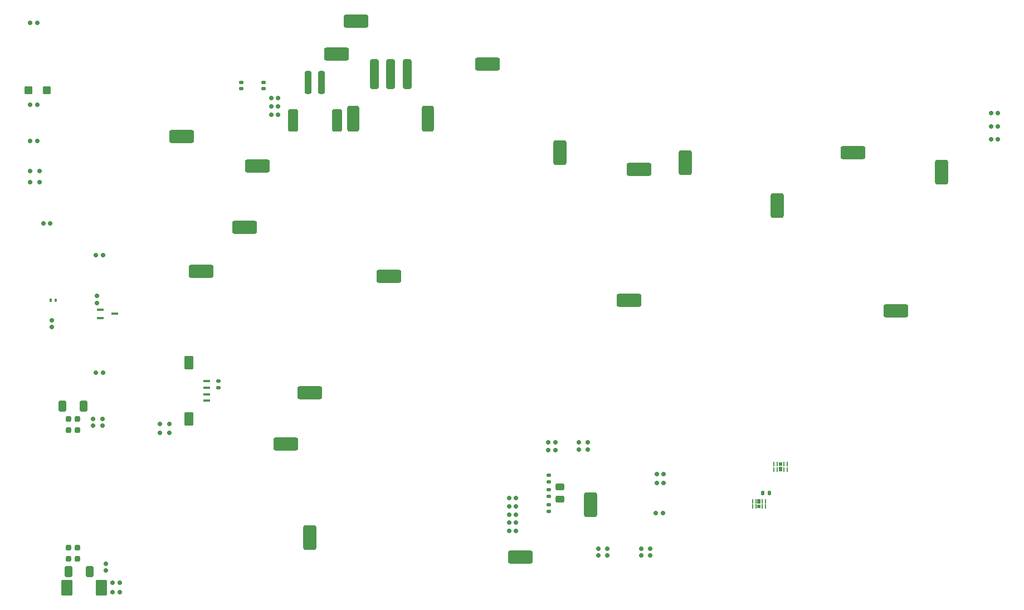
<source format=gbr>
%TF.GenerationSoftware,KiCad,Pcbnew,9.0.2*%
%TF.CreationDate,2025-05-15T13:19:02-04:00*%
%TF.ProjectId,mainBoard,6d61696e-426f-4617-9264-2e6b69636164,01*%
%TF.SameCoordinates,Original*%
%TF.FileFunction,Paste,Bot*%
%TF.FilePolarity,Positive*%
%FSLAX46Y46*%
G04 Gerber Fmt 4.6, Leading zero omitted, Abs format (unit mm)*
G04 Created by KiCad (PCBNEW 9.0.2) date 2025-05-15 13:19:02*
%MOMM*%
%LPD*%
G01*
G04 APERTURE LIST*
G04 Aperture macros list*
%AMRoundRect*
0 Rectangle with rounded corners*
0 $1 Rounding radius*
0 $2 $3 $4 $5 $6 $7 $8 $9 X,Y pos of 4 corners*
0 Add a 4 corners polygon primitive as box body*
4,1,4,$2,$3,$4,$5,$6,$7,$8,$9,$2,$3,0*
0 Add four circle primitives for the rounded corners*
1,1,$1+$1,$2,$3*
1,1,$1+$1,$4,$5*
1,1,$1+$1,$6,$7*
1,1,$1+$1,$8,$9*
0 Add four rect primitives between the rounded corners*
20,1,$1+$1,$2,$3,$4,$5,0*
20,1,$1+$1,$4,$5,$6,$7,0*
20,1,$1+$1,$6,$7,$8,$9,0*
20,1,$1+$1,$8,$9,$2,$3,0*%
G04 Aperture macros list end*
%ADD10RoundRect,0.150000X-0.150000X-0.150000X0.150000X-0.150000X0.150000X0.150000X-0.150000X0.150000X0*%
%ADD11RoundRect,0.150000X0.150000X0.150000X-0.150000X0.150000X-0.150000X-0.150000X0.150000X-0.150000X0*%
%ADD12RoundRect,0.300000X1.575000X0.700000X-1.575000X0.700000X-1.575000X-0.700000X1.575000X-0.700000X0*%
%ADD13RoundRect,0.150000X-0.150000X0.150000X-0.150000X-0.150000X0.150000X-0.150000X0.150000X0.150000X0*%
%ADD14RoundRect,0.250000X0.625000X0.950000X-0.625000X0.950000X-0.625000X-0.950000X0.625000X-0.950000X0*%
%ADD15RoundRect,0.150000X0.150000X-0.150000X0.150000X0.150000X-0.150000X0.150000X-0.150000X-0.150000X0*%
%ADD16RoundRect,0.200000X-0.200000X-0.250000X0.200000X-0.250000X0.200000X0.250000X-0.200000X0.250000X0*%
%ADD17RoundRect,0.300000X-1.575000X-0.700000X1.575000X-0.700000X1.575000X0.700000X-1.575000X0.700000X0*%
%ADD18RoundRect,0.275000X-0.375000X0.275000X-0.375000X-0.275000X0.375000X-0.275000X0.375000X0.275000X0*%
%ADD19RoundRect,0.300000X-0.300000X-0.550000X0.300000X-0.550000X0.300000X0.550000X-0.300000X0.550000X0*%
%ADD20RoundRect,0.125000X0.175000X-0.125000X0.175000X0.125000X-0.175000X0.125000X-0.175000X-0.125000X0*%
%ADD21RoundRect,0.060000X-0.415000X-0.140000X0.415000X-0.140000X0.415000X0.140000X-0.415000X0.140000X0*%
%ADD22RoundRect,0.050000X0.100000X0.200000X-0.100000X0.200000X-0.100000X-0.200000X0.100000X-0.200000X0*%
%ADD23RoundRect,0.030000X0.120000X0.220000X-0.120000X0.220000X-0.120000X-0.220000X0.120000X-0.220000X0*%
%ADD24RoundRect,0.300000X-0.700000X1.575000X-0.700000X-1.575000X0.700000X-1.575000X0.700000X1.575000X0*%
%ADD25RoundRect,0.125000X-0.175000X0.125000X-0.175000X-0.125000X0.175000X-0.125000X0.175000X0.125000X0*%
%ADD26RoundRect,0.250000X0.650000X1.700000X-0.650000X1.700000X-0.650000X-1.700000X0.650000X-1.700000X0*%
%ADD27RoundRect,0.250000X0.400000X2.000000X-0.400000X2.000000X-0.400000X-2.000000X0.400000X-2.000000X0*%
%ADD28RoundRect,0.050000X0.600000X-0.950000X0.600000X0.950000X-0.600000X0.950000X-0.600000X-0.950000X0*%
%ADD29RoundRect,0.050000X0.450000X-0.150000X0.450000X0.150000X-0.450000X0.150000X-0.450000X-0.150000X0*%
%ADD30RoundRect,0.150000X0.450000X0.450000X-0.450000X0.450000X-0.450000X-0.450000X0.450000X-0.450000X0*%
%ADD31RoundRect,0.150000X0.150000X0.200000X-0.150000X0.200000X-0.150000X-0.200000X0.150000X-0.200000X0*%
%ADD32RoundRect,0.125000X0.125000X0.175000X-0.125000X0.175000X-0.125000X-0.175000X0.125000X-0.175000X0*%
%ADD33RoundRect,0.050000X0.075000X0.262500X-0.075000X0.262500X-0.075000X-0.262500X0.075000X-0.262500X0*%
%ADD34RoundRect,0.050000X0.175000X0.300000X-0.175000X0.300000X-0.175000X-0.300000X0.175000X-0.300000X0*%
%ADD35RoundRect,0.050000X0.175000X0.237500X-0.175000X0.237500X-0.175000X-0.237500X0.175000X-0.237500X0*%
%ADD36RoundRect,0.050000X-0.075000X-0.262500X0.075000X-0.262500X0.075000X0.262500X-0.075000X0.262500X0*%
%ADD37RoundRect,0.050000X-0.175000X-0.300000X0.175000X-0.300000X0.175000X0.300000X-0.175000X0.300000X0*%
%ADD38RoundRect,0.050000X-0.175000X-0.237500X0.175000X-0.237500X0.175000X0.237500X-0.175000X0.237500X0*%
%ADD39RoundRect,0.250000X0.500000X1.450000X-0.500000X1.450000X-0.500000X-1.450000X0.500000X-1.450000X0*%
%ADD40RoundRect,0.250000X0.250000X1.500000X-0.250000X1.500000X-0.250000X-1.500000X0.250000X-1.500000X0*%
G04 APERTURE END LIST*
D10*
%TO.C,R1*%
X167675000Y-126325000D03*
X168725000Y-126325000D03*
%TD*%
D11*
%TO.C,R57*%
X219525000Y-71500000D03*
X218475000Y-71500000D03*
%TD*%
D12*
%TO.C,TP60*%
X98500000Y-95500000D03*
%TD*%
D13*
%TO.C,R8*%
X160175000Y-137675000D03*
X160175000Y-138725000D03*
%TD*%
D14*
%TO.C,C58*%
X83300000Y-143600000D03*
X78050000Y-143600000D03*
%TD*%
D15*
%TO.C,R52*%
X83500000Y-119025000D03*
X83500000Y-117975000D03*
%TD*%
D13*
%TO.C,R4*%
X166675000Y-137675000D03*
X166675000Y-138725000D03*
%TD*%
D16*
%TO.C,C52*%
X78300000Y-118000000D03*
X79700000Y-118000000D03*
%TD*%
D10*
%TO.C,R31*%
X82475000Y-110900000D03*
X83525000Y-110900000D03*
%TD*%
D11*
%TO.C,R79*%
X73550000Y-57750000D03*
X72500000Y-57750000D03*
%TD*%
D16*
%TO.C,C56*%
X78300000Y-137550000D03*
X79700000Y-137550000D03*
%TD*%
D17*
%TO.C,TP72*%
X95500000Y-75000000D03*
%TD*%
%TO.C,TP10*%
X204000000Y-101500000D03*
%TD*%
%TO.C,TP26*%
X107000000Y-79500000D03*
%TD*%
%TO.C,TP82*%
X122000000Y-57500000D03*
%TD*%
D18*
%TO.C,C20*%
X153000000Y-128300000D03*
X153000000Y-130200000D03*
%TD*%
D17*
%TO.C,TP37*%
X105100000Y-88800000D03*
%TD*%
D19*
%TO.C,C54*%
X78300000Y-141150000D03*
X81500000Y-141150000D03*
%TD*%
D15*
%TO.C,R28*%
X82650000Y-100325000D03*
X82650000Y-99275000D03*
%TD*%
D10*
%TO.C,R2*%
X167675000Y-127675000D03*
X168725000Y-127675000D03*
%TD*%
%TO.C,R85*%
X109125000Y-70475000D03*
X110175000Y-70475000D03*
%TD*%
D20*
%TO.C,C107*%
X101100000Y-113200000D03*
X101100000Y-112200000D03*
%TD*%
D21*
%TO.C,D7*%
X83150000Y-102650000D03*
X83150000Y-101350000D03*
X85350000Y-102000000D03*
%TD*%
D11*
%TO.C,R78*%
X73550000Y-70250000D03*
X72500000Y-70250000D03*
%TD*%
D22*
%TO.C,D6*%
X76325000Y-99950000D03*
D23*
X75625000Y-99950000D03*
%TD*%
D11*
%TO.C,R83*%
X110175000Y-71750000D03*
X109125000Y-71750000D03*
%TD*%
D24*
%TO.C,TP9*%
X186000000Y-85500000D03*
%TD*%
D17*
%TO.C,TP79*%
X119000000Y-62500000D03*
%TD*%
D11*
%TO.C,R17*%
X146325000Y-135000000D03*
X145275000Y-135000000D03*
%TD*%
D25*
%TO.C,C6*%
X151250000Y-131000000D03*
X151250000Y-132000000D03*
%TD*%
D11*
%TO.C,R12*%
X152275000Y-122750000D03*
X151225000Y-122750000D03*
%TD*%
%TO.C,R16*%
X168625000Y-132250000D03*
X167575000Y-132250000D03*
%TD*%
D17*
%TO.C,TP36*%
X163500000Y-99900000D03*
%TD*%
D20*
%TO.C,C5*%
X151250000Y-127500000D03*
X151250000Y-126500000D03*
%TD*%
D26*
%TO.C,J39*%
X132950000Y-72350000D03*
X121550000Y-72350000D03*
D27*
X129750000Y-65550000D03*
X127250000Y-65550000D03*
X124750000Y-65550000D03*
%TD*%
D25*
%TO.C,C137*%
X107950000Y-66800000D03*
X107950000Y-67800000D03*
%TD*%
D15*
%TO.C,R6*%
X155825000Y-122600000D03*
X155825000Y-121550000D03*
%TD*%
D20*
%TO.C,C134*%
X104550000Y-67800000D03*
X104550000Y-66800000D03*
%TD*%
D24*
%TO.C,TP58*%
X211000000Y-80500000D03*
%TD*%
D17*
%TO.C,TP47*%
X197500000Y-77500000D03*
%TD*%
D15*
%TO.C,R7*%
X157175000Y-122600000D03*
X157175000Y-121550000D03*
%TD*%
D11*
%TO.C,R19*%
X146325000Y-133750000D03*
X145275000Y-133750000D03*
%TD*%
D13*
%TO.C,R9*%
X158825000Y-137675000D03*
X158825000Y-138725000D03*
%TD*%
D11*
%TO.C,R70*%
X73550000Y-75750000D03*
X72500000Y-75750000D03*
%TD*%
D10*
%TO.C,R32*%
X82475000Y-93100000D03*
X83525000Y-93100000D03*
%TD*%
D11*
%TO.C,R20*%
X146325000Y-131250000D03*
X145275000Y-131250000D03*
%TD*%
D28*
%TO.C,J34*%
X96637500Y-118000000D03*
X96637500Y-109400000D03*
D29*
X99337500Y-115200000D03*
X99337500Y-114200000D03*
X99337500Y-113200000D03*
X99337500Y-112200000D03*
%TD*%
D13*
%TO.C,R50*%
X84000000Y-139975000D03*
X84000000Y-141025000D03*
%TD*%
D30*
%TO.C,D31*%
X75000000Y-68000000D03*
X72200000Y-68000000D03*
%TD*%
D31*
%TO.C,D24*%
X73900000Y-82000000D03*
X72500000Y-82000000D03*
%TD*%
D11*
%TO.C,R18*%
X146325000Y-132500000D03*
X145275000Y-132500000D03*
%TD*%
D31*
%TO.C,D25*%
X73900000Y-80300000D03*
X72500000Y-80300000D03*
%TD*%
D32*
%TO.C,C33*%
X184825000Y-129250000D03*
X183825000Y-129250000D03*
%TD*%
D11*
%TO.C,R69*%
X75525000Y-88250000D03*
X74475000Y-88250000D03*
%TD*%
D17*
%TO.C,TP35*%
X147000000Y-139000000D03*
%TD*%
%TO.C,TP19*%
X115000000Y-114000000D03*
%TD*%
D33*
%TO.C,D5*%
X187525000Y-125637500D03*
X187025000Y-125637500D03*
D34*
X186525000Y-125600000D03*
D33*
X186025000Y-125637500D03*
X185525000Y-125637500D03*
X185525000Y-124862500D03*
X186025000Y-124862500D03*
D35*
X186525000Y-124837500D03*
D33*
X187025000Y-124862500D03*
X187525000Y-124862500D03*
%TD*%
D12*
%TO.C,TP59*%
X111300000Y-121800000D03*
%TD*%
D17*
%TO.C,TP71*%
X142000000Y-64000000D03*
%TD*%
D25*
%TO.C,C21*%
X151250000Y-128750000D03*
X151250000Y-129750000D03*
%TD*%
D13*
%TO.C,R5*%
X165325000Y-137675000D03*
X165325000Y-138725000D03*
%TD*%
D24*
%TO.C,TP57*%
X172000000Y-79000000D03*
%TD*%
D31*
%TO.C,D26*%
X93600000Y-118700000D03*
X92200000Y-118700000D03*
%TD*%
D11*
%TO.C,R43*%
X86075000Y-142900000D03*
X85025000Y-142900000D03*
%TD*%
D19*
%TO.C,C51*%
X77400000Y-116000000D03*
X80600000Y-116000000D03*
%TD*%
D11*
%TO.C,R65*%
X219525000Y-75500000D03*
X218475000Y-75500000D03*
%TD*%
D15*
%TO.C,R29*%
X75800000Y-104025000D03*
X75800000Y-102975000D03*
%TD*%
D11*
%TO.C,R10*%
X152275000Y-121500000D03*
X151225000Y-121500000D03*
%TD*%
%TO.C,R61*%
X219525000Y-73500000D03*
X218475000Y-73500000D03*
%TD*%
D24*
%TO.C,TP27*%
X153000000Y-77500000D03*
%TD*%
D16*
%TO.C,C53*%
X78300000Y-119700000D03*
X79700000Y-119700000D03*
%TD*%
D17*
%TO.C,TP73*%
X165000000Y-80000000D03*
%TD*%
D11*
%TO.C,R46*%
X86075000Y-144300000D03*
X85025000Y-144300000D03*
%TD*%
D24*
%TO.C,TP48*%
X157600000Y-131000000D03*
%TD*%
D36*
%TO.C,D4*%
X182250000Y-130487500D03*
X182750000Y-130487500D03*
D37*
X183250000Y-130525000D03*
D36*
X183750000Y-130487500D03*
X184250000Y-130487500D03*
X184250000Y-131262500D03*
X183750000Y-131262500D03*
D38*
X183250000Y-131287500D03*
D36*
X182750000Y-131262500D03*
X182250000Y-131262500D03*
%TD*%
D16*
%TO.C,C55*%
X78300000Y-139200000D03*
X79700000Y-139200000D03*
%TD*%
D15*
%TO.C,R51*%
X82000000Y-119025000D03*
X82000000Y-117975000D03*
%TD*%
D31*
%TO.C,D27*%
X93600000Y-120100000D03*
X92200000Y-120100000D03*
%TD*%
D11*
%TO.C,R21*%
X146325000Y-130000000D03*
X145275000Y-130000000D03*
%TD*%
D24*
%TO.C,TP50*%
X115000000Y-136000000D03*
%TD*%
D39*
%TO.C,J38*%
X119100000Y-72600000D03*
X112400000Y-72600000D03*
D40*
X116750000Y-66850000D03*
X114750000Y-66850000D03*
%TD*%
D17*
%TO.C,TP49*%
X127000000Y-96300000D03*
%TD*%
D10*
%TO.C,R80*%
X109125000Y-69200000D03*
X110175000Y-69200000D03*
%TD*%
M02*

</source>
